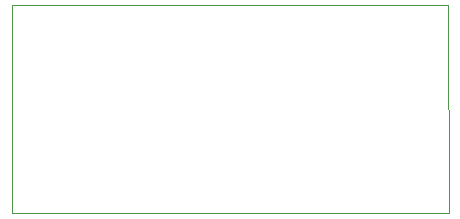
<source format=gbr>
G04 #@! TF.GenerationSoftware,KiCad,Pcbnew,(5.1.6)-1*
G04 #@! TF.CreationDate,2021-12-03T11:37:05+01:00*
G04 #@! TF.ProjectId,Keyvilboard2.0,4b657976-696c-4626-9f61-7264322e302e,rev?*
G04 #@! TF.SameCoordinates,Original*
G04 #@! TF.FileFunction,Profile,NP*
%FSLAX46Y46*%
G04 Gerber Fmt 4.6, Leading zero omitted, Abs format (unit mm)*
G04 Created by KiCad (PCBNEW (5.1.6)-1) date 2021-12-03 11:37:05*
%MOMM*%
%LPD*%
G01*
G04 APERTURE LIST*
G04 #@! TA.AperFunction,Profile*
%ADD10C,0.100000*%
G04 #@! TD*
G04 APERTURE END LIST*
D10*
X136000000Y-91720000D02*
X136000000Y-109330000D01*
X172990000Y-91730000D02*
X136000000Y-91720000D01*
X173000000Y-109330000D02*
X172990000Y-91730000D01*
X136000000Y-109330000D02*
X173000000Y-109330000D01*
M02*

</source>
